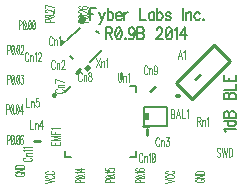
<source format=gto>
G04 DipTrace 2.4.0.2*
%IN1dBBLE.gto*%
%MOIN*%
%ADD10C,0.0098*%
%ADD13C,0.008*%
%ADD16C,0.006*%
%ADD19O,0.0183X0.0161*%
%ADD34O,0.0189X0.0207*%
%ADD65C,0.0046*%
%ADD66C,0.0033*%
%ADD67C,0.0062*%
%FSLAX44Y44*%
G04*
G70*
G90*
G75*
G01*
%LNTopSilk*%
%LPD*%
X10290Y7434D2*
D10*
X10444Y7589D1*
X9627Y7302D2*
X10909Y8583D1*
X11439Y8053D1*
X10158Y6772D1*
X9627Y7302D1*
D19*
X9719Y6863D3*
X9325Y5873D2*
D16*
X8574D1*
Y6498D1*
X9325D1*
Y5873D1*
G36*
X8753Y6065D2*
X8557D1*
Y6307D1*
X8753D1*
Y6065D1*
G37*
X6440Y9564D2*
D10*
X6579Y9425D1*
X6443Y7775D2*
X6304Y7636D1*
X8690Y5581D2*
Y5778D1*
X7819Y7649D2*
Y7452D1*
X8925Y7174D2*
X8786Y7034D1*
X8546Y5869D2*
X8743D1*
X4908Y5376D2*
X5105D1*
X5539Y6899D2*
G02X5539Y6899I49J0D01*
G01*
X5943Y4852D2*
D13*
Y5049D1*
Y4852D2*
X6140D1*
X8108D2*
X8305D1*
Y5049D1*
Y7018D2*
Y7215D1*
X8108D2*
X8305D1*
X5943Y7018D2*
X6140Y7215D1*
D34*
X6500Y9364D3*
G36*
X6816Y7811D2*
X6695Y7690D1*
X6575Y7810D1*
X6696Y7931D1*
X6816Y7811D1*
G37*
G36*
X5974Y8712D2*
X5794Y8733D1*
X5822Y8560D1*
X5820Y8557D1*
D1*
X5974Y8712D1*
G37*
X7174Y8419D2*
D16*
X6759Y8005D1*
X6223Y8109D2*
X6120Y8212D1*
X6439Y9160D2*
X6021Y8742D1*
X6982Y9062D2*
X7079Y8965D1*
X9834Y8099D2*
D65*
X9765Y8400D1*
X9696Y8099D1*
X9722Y8199D2*
X9808D1*
X9889Y8343D2*
X9907Y8357D1*
X9932Y8400D1*
Y8099D1*
X9462Y6431D2*
Y6129D1*
X9540D1*
X9566Y6144D1*
X9575Y6158D1*
X9583Y6186D1*
Y6230D1*
X9575Y6258D1*
X9566Y6273D1*
X9540Y6287D1*
X9566Y6302D1*
X9575Y6316D1*
X9583Y6344D1*
Y6373D1*
X9575Y6402D1*
X9566Y6416D1*
X9540Y6431D1*
X9462D1*
Y6287D2*
X9540D1*
X9777Y6129D2*
X9707Y6431D1*
X9639Y6129D1*
X9665Y6230D2*
X9751D1*
X9832Y6431D2*
Y6129D1*
X9935D1*
X9991Y6373D2*
X10008Y6387D1*
X10034Y6430D1*
Y6129D1*
X5527Y8800D2*
X5518Y8828D1*
X5501Y8857D1*
X5484Y8872D1*
X5449D1*
X5432Y8857D1*
X5415Y8828D1*
X5406Y8800D1*
X5398Y8757D1*
Y8685D1*
X5406Y8642D1*
X5415Y8613D1*
X5432Y8585D1*
X5449Y8570D1*
X5484D1*
X5501Y8585D1*
X5518Y8613D1*
X5527Y8642D1*
X5582Y8771D2*
Y8570D1*
Y8714D2*
X5608Y8757D1*
X5626Y8771D1*
X5651D1*
X5669Y8757D1*
X5677Y8714D1*
Y8570D1*
X5733Y8814D2*
X5750Y8828D1*
X5776Y8871D1*
Y8570D1*
X5604Y8008D2*
X5595Y8037D1*
X5578Y8065D1*
X5561Y8080D1*
X5527D1*
X5509Y8065D1*
X5492Y8037D1*
X5483Y8008D1*
X5475Y7965D1*
Y7893D1*
X5483Y7850D1*
X5492Y7821D1*
X5509Y7793D1*
X5527Y7778D1*
X5561D1*
X5578Y7793D1*
X5595Y7821D1*
X5604Y7850D1*
X5660Y7979D2*
Y7778D1*
Y7922D2*
X5685Y7965D1*
X5703Y7979D1*
X5728D1*
X5746Y7965D1*
X5754Y7922D1*
Y7778D1*
X5819Y8008D2*
Y8022D1*
X5827Y8051D1*
X5836Y8065D1*
X5853Y8079D1*
X5887D1*
X5905Y8065D1*
X5913Y8051D1*
X5922Y8022D1*
Y7993D1*
X5913Y7965D1*
X5896Y7922D1*
X5810Y7778D1*
X5930D1*
X9086Y5435D2*
X9078Y5464D1*
X9061Y5493D1*
X9043Y5507D1*
X9009D1*
X8992Y5493D1*
X8975Y5464D1*
X8966Y5435D1*
X8957Y5392D1*
Y5320D1*
X8966Y5278D1*
X8975Y5249D1*
X8992Y5220D1*
X9009Y5206D1*
X9043D1*
X9061Y5220D1*
X9078Y5249D1*
X9086Y5278D1*
X9142Y5407D2*
Y5206D1*
Y5349D2*
X9168Y5392D1*
X9185Y5407D1*
X9211D1*
X9228Y5392D1*
X9237Y5349D1*
Y5206D1*
X9310Y5507D2*
X9404D1*
X9353Y5392D1*
X9378D1*
X9396Y5378D1*
X9404Y5363D1*
X9413Y5320D1*
Y5292D1*
X9404Y5249D1*
X9387Y5220D1*
X9361Y5206D1*
X9335D1*
X9310Y5220D1*
X9301Y5234D1*
X9292Y5263D1*
X5666Y7111D2*
X5638Y7102D1*
X5609Y7085D1*
X5595Y7068D1*
Y7033D1*
X5609Y7016D1*
X5638Y6999D1*
X5666Y6990D1*
X5709Y6982D1*
X5781D1*
X5824Y6990D1*
X5853Y6999D1*
X5881Y7016D1*
X5896Y7033D1*
Y7068D1*
X5881Y7085D1*
X5853Y7102D1*
X5824Y7111D1*
X5695Y7166D2*
X5896D1*
X5752D2*
X5709Y7192D1*
X5695Y7209D1*
Y7235D1*
X5709Y7252D1*
X5752Y7261D1*
X5896D1*
Y7351D2*
X5595Y7437D1*
Y7317D1*
X6502Y7605D2*
X6493Y7633D1*
X6476Y7662D1*
X6459Y7676D1*
X6425D1*
X6407Y7662D1*
X6390Y7633D1*
X6381Y7605D1*
X6373Y7562D1*
Y7490D1*
X6381Y7447D1*
X6390Y7418D1*
X6407Y7389D1*
X6425Y7375D1*
X6459D1*
X6476Y7389D1*
X6493Y7418D1*
X6502Y7447D1*
X6558Y7576D2*
Y7375D1*
Y7518D2*
X6583Y7562D1*
X6601Y7576D1*
X6626D1*
X6644Y7562D1*
X6652Y7518D1*
Y7375D1*
X6751Y7676D2*
X6725Y7662D1*
X6716Y7633D1*
Y7604D1*
X6725Y7576D1*
X6742Y7561D1*
X6777Y7547D1*
X6803Y7533D1*
X6820Y7504D1*
X6828Y7475D1*
Y7432D1*
X6820Y7404D1*
X6811Y7389D1*
X6785Y7375D1*
X6751D1*
X6725Y7389D1*
X6716Y7404D1*
X6708Y7432D1*
Y7475D1*
X6716Y7504D1*
X6734Y7533D1*
X6759Y7547D1*
X6794Y7561D1*
X6811Y7576D1*
X6820Y7604D1*
Y7633D1*
X6811Y7662D1*
X6785Y7676D1*
X6751D1*
X8691Y7828D2*
X8682Y7856D1*
X8665Y7885D1*
X8648Y7899D1*
X8613D1*
X8596Y7885D1*
X8579Y7856D1*
X8570Y7828D1*
X8562Y7785D1*
Y7713D1*
X8570Y7670D1*
X8579Y7641D1*
X8596Y7613D1*
X8613Y7598D1*
X8648D1*
X8665Y7613D1*
X8682Y7641D1*
X8691Y7670D1*
X8746Y7799D2*
Y7598D1*
Y7742D2*
X8772Y7785D1*
X8790Y7799D1*
X8815D1*
X8833Y7785D1*
X8841Y7742D1*
Y7598D1*
X9009Y7799D2*
X9000Y7756D1*
X8983Y7727D1*
X8957Y7713D1*
X8948D1*
X8923Y7727D1*
X8905Y7756D1*
X8897Y7799D1*
Y7813D1*
X8905Y7856D1*
X8923Y7885D1*
X8948Y7899D1*
X8957D1*
X8983Y7885D1*
X9000Y7856D1*
X9009Y7799D1*
Y7727D1*
X9000Y7655D1*
X8983Y7612D1*
X8957Y7598D1*
X8940D1*
X8914Y7612D1*
X8905Y7641D1*
X8523Y4908D2*
X8515Y4937D1*
X8498Y4966D1*
X8480Y4980D1*
X8446D1*
X8429Y4966D1*
X8412Y4937D1*
X8403Y4908D1*
X8394Y4865D1*
Y4793D1*
X8403Y4750D1*
X8412Y4722D1*
X8429Y4693D1*
X8446Y4678D1*
X8480D1*
X8498Y4693D1*
X8515Y4722D1*
X8523Y4750D1*
X8579Y4879D2*
Y4678D1*
Y4822D2*
X8605Y4865D1*
X8622Y4879D1*
X8648D1*
X8665Y4865D1*
X8674Y4822D1*
Y4678D1*
X8729Y4922D2*
X8747Y4937D1*
X8772Y4980D1*
Y4678D1*
X8880Y4980D2*
X8854Y4965D1*
X8837Y4922D1*
X8828Y4851D1*
Y4807D1*
X8837Y4736D1*
X8854Y4693D1*
X8880Y4678D1*
X8897D1*
X8923Y4693D1*
X8940Y4736D1*
X8949Y4807D1*
Y4851D1*
X8940Y4922D1*
X8923Y4965D1*
X8897Y4980D1*
X8880D1*
X8940Y4922D2*
X8837Y4736D1*
X4604Y4826D2*
X4576Y4817D1*
X4547Y4800D1*
X4533Y4783D1*
Y4748D1*
X4547Y4731D1*
X4576Y4714D1*
X4604Y4705D1*
X4647Y4696D1*
X4719D1*
X4762Y4705D1*
X4791Y4714D1*
X4820Y4731D1*
X4834Y4748D1*
Y4783D1*
X4820Y4800D1*
X4791Y4817D1*
X4762Y4826D1*
X4633Y4881D2*
X4834D1*
X4691D2*
X4647Y4907D1*
X4633Y4924D1*
Y4950D1*
X4647Y4967D1*
X4691Y4976D1*
X4834D1*
X4590Y5031D2*
X4576Y5049D1*
X4533Y5075D1*
X4834D1*
X4590Y5130D2*
X4576Y5148D1*
X4533Y5173D1*
X4834D1*
X4723Y8269D2*
X4715Y8297D1*
X4697Y8326D1*
X4680Y8340D1*
X4646D1*
X4628Y8326D1*
X4611Y8297D1*
X4603Y8269D1*
X4594Y8226D1*
Y8154D1*
X4603Y8111D1*
X4611Y8082D1*
X4628Y8054D1*
X4646Y8039D1*
X4680D1*
X4697Y8054D1*
X4715Y8082D1*
X4723Y8111D1*
X4779Y8240D2*
Y8039D1*
Y8183D2*
X4805Y8226D1*
X4822Y8240D1*
X4848D1*
X4865Y8226D1*
X4873Y8183D1*
Y8039D1*
X4929Y8283D2*
X4946Y8297D1*
X4972Y8340D1*
Y8039D1*
X5036Y8268D2*
Y8283D1*
X5045Y8312D1*
X5054Y8326D1*
X5071Y8340D1*
X5105D1*
X5122Y8326D1*
X5131Y8312D1*
X5140Y8283D1*
Y8254D1*
X5131Y8225D1*
X5114Y8183D1*
X5028Y8039D1*
X5148D1*
X5465Y5354D2*
Y5242D1*
X5767D1*
Y5354D1*
X5609Y5242D2*
Y5311D1*
X5767Y5547D2*
X5465D1*
X5767Y5478D1*
X5465Y5409D1*
X5767D1*
X5465Y5714D2*
Y5602D1*
X5767D1*
X5609D2*
Y5671D1*
X5523Y5770D2*
X5508Y5787D1*
X5465Y5813D1*
X5767D1*
X4779Y6071D2*
Y5770D1*
X4883D1*
X4938Y5971D2*
Y5770D1*
Y5913D2*
X4964Y5956D1*
X4981Y5971D1*
X5007D1*
X5024Y5956D1*
X5033Y5913D1*
Y5770D1*
X5175D2*
Y6071D1*
X5088Y5870D1*
X5218D1*
X4643Y6820D2*
Y6518D1*
X4746D1*
X4801Y6719D2*
Y6518D1*
Y6662D2*
X4827Y6705D1*
X4845Y6719D1*
X4870D1*
X4888Y6705D1*
X4896Y6662D1*
Y6518D1*
X5055Y6819D2*
X4969D1*
X4960Y6690D1*
X4969Y6705D1*
X4995Y6719D1*
X5021D1*
X5046Y6705D1*
X5064Y6676D1*
X5072Y6633D1*
Y6605D1*
X5064Y6561D1*
X5046Y6533D1*
X5021Y6518D1*
X4995D1*
X4969Y6533D1*
X4960Y6547D1*
X4952Y6576D1*
X10340Y6039D2*
X10417D1*
X10443Y6053D1*
X10452Y6068D1*
X10460Y6096D1*
Y6125D1*
X10452Y6153D1*
X10443Y6168D1*
X10417Y6182D1*
X10340D1*
Y5881D1*
X10400Y6039D2*
X10460Y5881D1*
X10516Y6082D2*
Y5881D1*
Y6024D2*
X10542Y6068D1*
X10559Y6082D1*
X10585D1*
X10602Y6068D1*
X10611Y6024D1*
Y5881D1*
X10666Y6125D2*
X10684Y6139D1*
X10709Y6182D1*
Y5881D1*
X11112Y5106D2*
X11095Y5135D1*
X11069Y5150D1*
X11035D1*
X11009Y5135D1*
X10992Y5106D1*
Y5078D1*
X11000Y5049D1*
X11009Y5035D1*
X11026Y5021D1*
X11078Y4992D1*
X11095Y4977D1*
X11104Y4963D1*
X11112Y4934D1*
Y4891D1*
X11095Y4863D1*
X11069Y4848D1*
X11035D1*
X11009Y4863D1*
X10992Y4891D1*
X11168Y5150D2*
X11211Y4848D1*
X11254Y5150D1*
X11297Y4848D1*
X11340Y5150D1*
X11396D2*
Y4848D1*
X11456D1*
X11482Y4863D1*
X11499Y4891D1*
X11508Y4920D1*
X11516Y4963D1*
Y5035D1*
X11508Y5078D1*
X11499Y5106D1*
X11482Y5135D1*
X11456Y5150D1*
X11396D1*
X7700Y7661D2*
Y7445D1*
X7709Y7402D1*
X7726Y7374D1*
X7752Y7359D1*
X7769D1*
X7795Y7374D1*
X7812Y7402D1*
X7821Y7445D1*
Y7661D1*
X7876Y7560D2*
Y7359D1*
Y7503D2*
X7902Y7546D1*
X7919Y7560D1*
X7945D1*
X7962Y7546D1*
X7971Y7503D1*
Y7359D1*
X8027Y7603D2*
X8044Y7617D1*
X8070Y7660D1*
Y7359D1*
X6981Y8142D2*
X7101Y7841D1*
Y8142D2*
X6981Y7841D1*
X7157Y8042D2*
Y7841D1*
Y7984D2*
X7183Y8027D1*
X7200Y8042D1*
X7226D1*
X7243Y8027D1*
X7251Y7984D1*
Y7841D1*
X7307Y8085D2*
X7324Y8099D1*
X7350Y8142D1*
Y7841D1*
X5286Y3978D2*
D66*
X5588Y4036D1*
X5286Y4093D1*
X5358Y4234D2*
X5329Y4227D1*
X5300Y4212D1*
X5286Y4198D1*
Y4169D1*
X5300Y4155D1*
X5329Y4140D1*
X5358Y4133D1*
X5401Y4126D1*
X5473D1*
X5516Y4133D1*
X5544Y4140D1*
X5573Y4155D1*
X5588Y4169D1*
Y4198D1*
X5573Y4212D1*
X5544Y4227D1*
X5516Y4234D1*
X5358Y4374D2*
X5329Y4367D1*
X5300Y4352D1*
X5286Y4338D1*
Y4310D1*
X5300Y4295D1*
X5329Y4281D1*
X5358Y4274D1*
X5401Y4266D1*
X5473D1*
X5516Y4274D1*
X5544Y4281D1*
X5573Y4295D1*
X5588Y4310D1*
Y4338D1*
X5573Y4352D1*
X5544Y4367D1*
X5516Y4374D1*
X4350Y4322D2*
X4321Y4314D1*
X4292Y4300D1*
X4278Y4286D1*
Y4257D1*
X4292Y4243D1*
X4321Y4228D1*
X4350Y4221D1*
X4393Y4214D1*
X4465D1*
X4507Y4221D1*
X4536Y4228D1*
X4565Y4243D1*
X4579Y4257D1*
Y4286D1*
X4565Y4300D1*
X4536Y4314D1*
X4507Y4322D1*
X4465D1*
Y4286D1*
X4278Y4455D2*
X4579D1*
X4278Y4354D1*
X4579D1*
X4278Y4488D2*
X4579D1*
Y4538D1*
X4565Y4559D1*
X4536Y4574D1*
X4507Y4581D1*
X4465Y4588D1*
X4393D1*
X4350Y4581D1*
X4321Y4574D1*
X4292Y4559D1*
X4278Y4538D1*
Y4488D1*
X6961Y9807D2*
D67*
X6762D1*
Y9405D1*
Y9616D2*
X6884D1*
X7075Y9673D2*
X7167Y9405D1*
X7136Y9329D1*
X7106Y9290D1*
X7075Y9271D1*
X7060D1*
X7259Y9673D2*
X7167Y9405D1*
X7358Y9807D2*
Y9405D1*
Y9616D2*
X7388Y9654D1*
X7419Y9673D1*
X7465D1*
X7495Y9654D1*
X7526Y9616D1*
X7541Y9558D1*
Y9520D1*
X7526Y9463D1*
X7495Y9425D1*
X7465Y9405D1*
X7419D1*
X7388Y9425D1*
X7358Y9463D1*
X7640Y9558D2*
X7824D1*
Y9597D1*
X7808Y9635D1*
X7793Y9654D1*
X7762Y9673D1*
X7716D1*
X7686Y9654D1*
X7655Y9616D1*
X7640Y9558D1*
Y9520D1*
X7655Y9463D1*
X7686Y9425D1*
X7716Y9405D1*
X7762D1*
X7793Y9425D1*
X7824Y9463D1*
X7922Y9673D2*
Y9405D1*
Y9558D2*
X7938Y9616D1*
X7968Y9654D1*
X7999Y9673D1*
X8045D1*
X8455Y9807D2*
Y9405D1*
X8639D1*
X8921Y9673D2*
Y9405D1*
Y9616D2*
X8891Y9654D1*
X8860Y9673D1*
X8814D1*
X8783Y9654D1*
X8753Y9616D1*
X8737Y9558D1*
Y9520D1*
X8753Y9463D1*
X8783Y9425D1*
X8814Y9405D1*
X8860D1*
X8891Y9425D1*
X8921Y9463D1*
X9020Y9807D2*
Y9405D1*
Y9616D2*
X9051Y9654D1*
X9081Y9673D1*
X9127D1*
X9157Y9654D1*
X9188Y9616D1*
X9203Y9558D1*
Y9520D1*
X9188Y9463D1*
X9157Y9425D1*
X9127Y9405D1*
X9081D1*
X9051Y9425D1*
X9020Y9463D1*
X9471Y9616D2*
X9455Y9654D1*
X9409Y9673D1*
X9363D1*
X9317Y9654D1*
X9302Y9616D1*
X9317Y9578D1*
X9348Y9558D1*
X9425Y9539D1*
X9455Y9520D1*
X9471Y9482D1*
Y9463D1*
X9455Y9425D1*
X9409Y9405D1*
X9363D1*
X9317Y9425D1*
X9302Y9463D1*
X9880Y9807D2*
Y9405D1*
X9979Y9673D2*
Y9405D1*
Y9597D2*
X10025Y9654D1*
X10056Y9673D1*
X10102D1*
X10132Y9654D1*
X10148Y9597D1*
Y9405D1*
X10430Y9616D2*
X10400Y9654D1*
X10369Y9673D1*
X10323D1*
X10292Y9654D1*
X10262Y9616D1*
X10246Y9558D1*
Y9520D1*
X10262Y9463D1*
X10292Y9425D1*
X10323Y9405D1*
X10369D1*
X10400Y9425D1*
X10430Y9463D1*
X10544Y9444D2*
X10529Y9424D1*
X10544Y9405D1*
X10560Y9424D1*
X10544Y9444D1*
X11301Y5692D2*
X11281Y5723D1*
X11224Y5769D1*
X11626D1*
X11224Y6051D2*
X11626D1*
X11415D2*
X11377Y6021D1*
X11358Y5990D1*
Y5944D1*
X11377Y5914D1*
X11415Y5883D1*
X11473Y5868D1*
X11511D1*
X11568Y5883D1*
X11606Y5914D1*
X11626Y5944D1*
Y5990D1*
X11606Y6021D1*
X11568Y6051D1*
X11224Y6150D2*
X11626D1*
Y6288D1*
X11606Y6334D1*
X11587Y6349D1*
X11549Y6364D1*
X11492D1*
X11453Y6349D1*
X11434Y6334D1*
X11415Y6288D1*
X11396Y6334D1*
X11377Y6349D1*
X11339Y6364D1*
X11300D1*
X11262Y6349D1*
X11243Y6334D1*
X11224Y6288D1*
Y6150D1*
X11415D2*
Y6288D1*
X11224Y6774D2*
X11626D1*
Y6912D1*
X11606Y6958D1*
X11587Y6973D1*
X11549Y6989D1*
X11492D1*
X11453Y6973D1*
X11434Y6958D1*
X11415Y6912D1*
X11396Y6958D1*
X11377Y6973D1*
X11339Y6989D1*
X11300D1*
X11262Y6973D1*
X11243Y6958D1*
X11224Y6912D1*
Y6774D1*
X11415D2*
Y6912D1*
X11224Y7087D2*
X11626D1*
Y7271D1*
X11224Y7569D2*
Y7370D1*
X11626D1*
Y7569D1*
X11415Y7370D2*
Y7492D1*
X7302Y8973D2*
X7440D1*
X7486Y8992D1*
X7502Y9011D1*
X7517Y9049D1*
Y9088D1*
X7502Y9126D1*
X7486Y9145D1*
X7440Y9164D1*
X7302D1*
Y8763D1*
X7410Y8973D2*
X7517Y8763D1*
X7708Y9164D2*
X7662Y9145D1*
X7631Y9087D1*
X7616Y8992D1*
Y8935D1*
X7631Y8839D1*
X7662Y8782D1*
X7708Y8763D1*
X7738D1*
X7784Y8782D1*
X7814Y8839D1*
X7830Y8935D1*
Y8992D1*
X7814Y9087D1*
X7784Y9145D1*
X7738Y9164D1*
X7708D1*
X7814Y9087D2*
X7631Y8839D1*
X7944Y8801D2*
X7929Y8782D1*
X7944Y8763D1*
X7960Y8782D1*
X7944Y8801D1*
X8258Y9030D2*
X8242Y8973D1*
X8212Y8935D1*
X8166Y8915D1*
X8150D1*
X8104Y8935D1*
X8074Y8973D1*
X8058Y9030D1*
Y9049D1*
X8074Y9107D1*
X8104Y9145D1*
X8150Y9164D1*
X8166D1*
X8212Y9145D1*
X8242Y9107D1*
X8258Y9030D1*
Y8935D1*
X8242Y8839D1*
X8212Y8782D1*
X8166Y8763D1*
X8135D1*
X8089Y8782D1*
X8074Y8820D1*
X8356Y9164D2*
Y8763D1*
X8494D1*
X8540Y8782D1*
X8555Y8801D1*
X8571Y8839D1*
Y8896D1*
X8555Y8935D1*
X8540Y8954D1*
X8494Y8973D1*
X8540Y8992D1*
X8555Y9011D1*
X8571Y9049D1*
Y9088D1*
X8555Y9126D1*
X8540Y9145D1*
X8494Y9164D1*
X8356D1*
Y8973D2*
X8494D1*
X8996Y9068D2*
Y9087D1*
X9011Y9126D1*
X9027Y9145D1*
X9057Y9164D1*
X9119D1*
X9149Y9145D1*
X9164Y9126D1*
X9180Y9087D1*
Y9049D1*
X9164Y9011D1*
X9134Y8954D1*
X8981Y8763D1*
X9195D1*
X9386Y9164D2*
X9340Y9145D1*
X9309Y9087D1*
X9294Y8992D1*
Y8935D1*
X9309Y8839D1*
X9340Y8782D1*
X9386Y8763D1*
X9416D1*
X9462Y8782D1*
X9493Y8839D1*
X9508Y8935D1*
Y8992D1*
X9493Y9087D1*
X9462Y9145D1*
X9416Y9164D1*
X9386D1*
X9493Y9087D2*
X9309Y8839D1*
X9607Y9087D2*
X9638Y9107D1*
X9684Y9164D1*
Y8763D1*
X9936D2*
Y9164D1*
X9782Y8896D1*
X10012D1*
X6547Y9340D2*
D66*
Y9405D1*
X6533Y9426D1*
X6518Y9433D1*
X6490Y9440D1*
X6447D1*
X6418Y9433D1*
X6404Y9426D1*
X6389Y9405D1*
Y9340D1*
X6691D1*
X6390Y9516D2*
X6404Y9495D1*
X6447Y9480D1*
X6519Y9473D1*
X6562D1*
X6634Y9480D1*
X6677Y9495D1*
X6691Y9516D1*
Y9531D1*
X6677Y9552D1*
X6634Y9566D1*
X6562Y9574D1*
X6519D1*
X6447Y9566D1*
X6404Y9552D1*
X6390Y9531D1*
Y9516D1*
X6447Y9566D2*
X6634Y9480D1*
X6662Y9614D2*
X6677Y9607D1*
X6691Y9614D1*
X6677Y9621D1*
X6662Y9614D1*
X6461Y9661D2*
X6447D1*
X6418Y9668D1*
X6404Y9675D1*
X6390Y9690D1*
Y9718D1*
X6404Y9733D1*
X6418Y9740D1*
X6447Y9747D1*
X6476D1*
X6505Y9740D1*
X6547Y9726D1*
X6691Y9654D1*
Y9754D1*
X6433Y9873D2*
X6404Y9866D1*
X6390Y9844D1*
Y9830D1*
X6404Y9809D1*
X6447Y9794D1*
X6519Y9787D1*
X6590D1*
X6648Y9794D1*
X6677Y9809D1*
X6691Y9830D1*
Y9837D1*
X6677Y9859D1*
X6648Y9873D1*
X6605Y9880D1*
X6590D1*
X6547Y9873D1*
X6519Y9859D1*
X6505Y9837D1*
Y9830D1*
X6519Y9809D1*
X6547Y9794D1*
X6590Y9787D1*
X5425Y9357D2*
Y9421D1*
X5411Y9443D1*
X5396Y9450D1*
X5368Y9457D1*
X5325D1*
X5296Y9450D1*
X5281Y9443D1*
X5267Y9421D1*
Y9357D1*
X5569D1*
X5268Y9533D2*
X5282Y9512D1*
X5325Y9497D1*
X5397Y9490D1*
X5440D1*
X5511Y9497D1*
X5554Y9512D1*
X5569Y9533D1*
Y9547D1*
X5554Y9569D1*
X5511Y9583D1*
X5440Y9590D1*
X5397D1*
X5325Y9583D1*
X5282Y9569D1*
X5268Y9547D1*
Y9533D1*
X5325Y9583D2*
X5511Y9497D1*
X5540Y9630D2*
X5554Y9623D1*
X5569Y9630D1*
X5554Y9638D1*
X5540Y9630D1*
X5339Y9678D2*
X5325D1*
X5296Y9685D1*
X5282Y9692D1*
X5268Y9707D1*
Y9735D1*
X5282Y9749D1*
X5296Y9757D1*
X5325Y9764D1*
X5353D1*
X5382Y9757D1*
X5425Y9742D1*
X5569Y9671D1*
Y9771D1*
Y9833D2*
X5268Y9904D1*
Y9804D1*
X4391Y9249D2*
X4456D1*
X4477Y9263D1*
X4484Y9278D1*
X4491Y9307D1*
Y9350D1*
X4484Y9378D1*
X4477Y9393D1*
X4456Y9407D1*
X4391D1*
Y9106D1*
X4567Y9407D2*
X4546Y9392D1*
X4531Y9349D1*
X4524Y9278D1*
Y9235D1*
X4531Y9163D1*
X4546Y9120D1*
X4567Y9106D1*
X4582D1*
X4603Y9120D1*
X4617Y9163D1*
X4625Y9235D1*
Y9278D1*
X4617Y9349D1*
X4603Y9392D1*
X4582Y9407D1*
X4567D1*
X4617Y9349D2*
X4531Y9163D1*
X4665Y9134D2*
X4657Y9120D1*
X4665Y9106D1*
X4672Y9120D1*
X4665Y9134D1*
X4748Y9407D2*
X4726Y9392D1*
X4712Y9349D1*
X4705Y9278D1*
Y9235D1*
X4712Y9163D1*
X4726Y9120D1*
X4748Y9106D1*
X4762D1*
X4784Y9120D1*
X4798Y9163D1*
X4805Y9235D1*
Y9278D1*
X4798Y9349D1*
X4784Y9392D1*
X4762Y9407D1*
X4748D1*
X4798Y9349D2*
X4712Y9163D1*
X4881Y9407D2*
X4860Y9392D1*
X4845Y9349D1*
X4838Y9278D1*
Y9235D1*
X4845Y9163D1*
X4860Y9120D1*
X4881Y9106D1*
X4895D1*
X4917Y9120D1*
X4931Y9163D1*
X4938Y9235D1*
Y9278D1*
X4931Y9349D1*
X4917Y9392D1*
X4895Y9407D1*
X4881D1*
X4931Y9349D2*
X4845Y9163D1*
X4007Y8426D2*
X4072D1*
X4093Y8441D1*
X4100Y8455D1*
X4108Y8484D1*
Y8527D1*
X4100Y8555D1*
X4093Y8570D1*
X4072Y8584D1*
X4007D1*
Y8283D1*
X4184Y8584D2*
X4162Y8570D1*
X4148Y8527D1*
X4140Y8455D1*
Y8412D1*
X4148Y8340D1*
X4162Y8297D1*
X4184Y8283D1*
X4198D1*
X4219Y8297D1*
X4234Y8340D1*
X4241Y8412D1*
Y8455D1*
X4234Y8527D1*
X4219Y8570D1*
X4198Y8584D1*
X4184D1*
X4234Y8527D2*
X4148Y8340D1*
X4281Y8312D2*
X4274Y8297D1*
X4281Y8283D1*
X4288Y8297D1*
X4281Y8312D1*
X4364Y8584D2*
X4342Y8570D1*
X4328Y8527D1*
X4321Y8455D1*
Y8412D1*
X4328Y8340D1*
X4342Y8297D1*
X4364Y8283D1*
X4378D1*
X4400Y8297D1*
X4414Y8340D1*
X4421Y8412D1*
Y8455D1*
X4414Y8527D1*
X4400Y8570D1*
X4378Y8584D1*
X4364D1*
X4414Y8527D2*
X4328Y8340D1*
X4462Y8512D2*
Y8527D1*
X4469Y8555D1*
X4476Y8570D1*
X4490Y8584D1*
X4519D1*
X4533Y8570D1*
X4540Y8555D1*
X4548Y8527D1*
Y8498D1*
X4540Y8469D1*
X4526Y8426D1*
X4454Y8283D1*
X4555D1*
X4004Y7435D2*
X4069D1*
X4090Y7449D1*
X4098Y7464D1*
X4105Y7493D1*
Y7536D1*
X4098Y7564D1*
X4090Y7579D1*
X4069Y7593D1*
X4004D1*
Y7292D1*
X4181Y7593D2*
X4159Y7578D1*
X4145Y7535D1*
X4138Y7464D1*
Y7421D1*
X4145Y7349D1*
X4159Y7306D1*
X4181Y7292D1*
X4195D1*
X4217Y7306D1*
X4231Y7349D1*
X4238Y7421D1*
Y7464D1*
X4231Y7535D1*
X4217Y7578D1*
X4195Y7593D1*
X4181D1*
X4231Y7535D2*
X4145Y7349D1*
X4278Y7320D2*
X4271Y7306D1*
X4278Y7292D1*
X4285Y7306D1*
X4278Y7320D1*
X4361Y7593D2*
X4340Y7578D1*
X4325Y7535D1*
X4318Y7464D1*
Y7421D1*
X4325Y7349D1*
X4340Y7306D1*
X4361Y7292D1*
X4376D1*
X4397Y7306D1*
X4411Y7349D1*
X4419Y7421D1*
Y7464D1*
X4411Y7535D1*
X4397Y7578D1*
X4376Y7593D1*
X4361D1*
X4411Y7535D2*
X4325Y7349D1*
X4466Y7593D2*
X4545D1*
X4502Y7478D1*
X4523D1*
X4538Y7464D1*
X4545Y7449D1*
X4552Y7406D1*
Y7378D1*
X4545Y7335D1*
X4530Y7306D1*
X4509Y7292D1*
X4487D1*
X4466Y7306D1*
X4459Y7320D1*
X4451Y7349D1*
X3983Y6438D2*
X4048D1*
X4069Y6452D1*
X4077Y6467D1*
X4084Y6495D1*
Y6539D1*
X4077Y6567D1*
X4069Y6582D1*
X4048Y6596D1*
X3983D1*
Y6295D1*
X4160Y6596D2*
X4138Y6581D1*
X4124Y6538D1*
X4117Y6467D1*
Y6424D1*
X4124Y6352D1*
X4138Y6309D1*
X4160Y6295D1*
X4174D1*
X4196Y6309D1*
X4210Y6352D1*
X4217Y6424D1*
Y6467D1*
X4210Y6538D1*
X4196Y6581D1*
X4174Y6596D1*
X4160D1*
X4210Y6538D2*
X4124Y6352D1*
X4257Y6323D2*
X4250Y6309D1*
X4257Y6295D1*
X4264Y6309D1*
X4257Y6323D1*
X4340Y6596D2*
X4319Y6581D1*
X4304Y6538D1*
X4297Y6467D1*
Y6424D1*
X4304Y6352D1*
X4319Y6309D1*
X4340Y6295D1*
X4355D1*
X4376Y6309D1*
X4390Y6352D1*
X4398Y6424D1*
Y6467D1*
X4390Y6538D1*
X4376Y6581D1*
X4355Y6596D1*
X4340D1*
X4390Y6538D2*
X4304Y6352D1*
X4502Y6295D2*
Y6596D1*
X4431Y6395D1*
X4538D1*
X4001Y5421D2*
X4066D1*
X4087Y5435D1*
X4094Y5450D1*
X4101Y5478D1*
Y5521D1*
X4094Y5550D1*
X4087Y5564D1*
X4066Y5579D1*
X4001D1*
Y5277D1*
X4177Y5578D2*
X4156Y5564D1*
X4141Y5521D1*
X4134Y5449D1*
Y5406D1*
X4141Y5335D1*
X4156Y5292D1*
X4177Y5277D1*
X4192D1*
X4213Y5292D1*
X4227Y5335D1*
X4235Y5406D1*
Y5449D1*
X4227Y5521D1*
X4213Y5564D1*
X4192Y5578D1*
X4177D1*
X4227Y5521D2*
X4141Y5335D1*
X4275Y5306D2*
X4268Y5292D1*
X4275Y5277D1*
X4282Y5292D1*
X4275Y5306D1*
X4358Y5578D2*
X4336Y5564D1*
X4322Y5521D1*
X4315Y5449D1*
Y5406D1*
X4322Y5335D1*
X4336Y5292D1*
X4358Y5277D1*
X4372D1*
X4394Y5292D1*
X4408Y5335D1*
X4415Y5406D1*
Y5449D1*
X4408Y5521D1*
X4394Y5564D1*
X4372Y5578D1*
X4358D1*
X4408Y5521D2*
X4322Y5335D1*
X4534Y5536D2*
X4527Y5564D1*
X4505Y5578D1*
X4491D1*
X4470Y5564D1*
X4455Y5521D1*
X4448Y5449D1*
Y5378D1*
X4455Y5320D1*
X4470Y5292D1*
X4491Y5277D1*
X4498D1*
X4520Y5292D1*
X4534Y5320D1*
X4541Y5364D1*
Y5378D1*
X4534Y5421D1*
X4520Y5449D1*
X4498Y5464D1*
X4491D1*
X4470Y5449D1*
X4455Y5421D1*
X4448Y5378D1*
X9286Y3994D2*
X9588Y4051D1*
X9286Y4109D1*
X9358Y4249D2*
X9329Y4242D1*
X9301Y4228D1*
X9286Y4213D1*
Y4185D1*
X9301Y4170D1*
X9329Y4156D1*
X9358Y4149D1*
X9401Y4142D1*
X9473D1*
X9516Y4149D1*
X9545Y4156D1*
X9573Y4170D1*
X9588Y4185D1*
Y4213D1*
X9573Y4228D1*
X9545Y4242D1*
X9516Y4249D1*
X9358Y4390D2*
X9329Y4383D1*
X9301Y4368D1*
X9286Y4354D1*
Y4325D1*
X9301Y4311D1*
X9329Y4296D1*
X9358Y4289D1*
X9401Y4282D1*
X9473D1*
X9516Y4289D1*
X9545Y4296D1*
X9573Y4311D1*
X9588Y4325D1*
Y4354D1*
X9573Y4368D1*
X9545Y4383D1*
X9516Y4390D1*
X10354Y4111D2*
X10326Y4104D1*
X10297Y4089D1*
X10283Y4075D1*
Y4046D1*
X10297Y4032D1*
X10326Y4018D1*
X10354Y4010D1*
X10398Y4003D1*
X10469D1*
X10512Y4010D1*
X10541Y4018D1*
X10570Y4032D1*
X10584Y4046D1*
Y4075D1*
X10570Y4089D1*
X10541Y4104D1*
X10512Y4111D1*
X10469D1*
Y4075D1*
X10283Y4244D2*
X10584D1*
X10283Y4144D1*
X10584D1*
X10283Y4277D2*
X10584D1*
Y4327D1*
X10570Y4349D1*
X10541Y4363D1*
X10512Y4370D1*
X10469Y4377D1*
X10398D1*
X10354Y4370D1*
X10326Y4363D1*
X10297Y4349D1*
X10283Y4327D1*
Y4277D1*
X6446Y4001D2*
Y4066D1*
X6432Y4087D1*
X6417Y4094D1*
X6389Y4101D1*
X6346D1*
X6317Y4094D1*
X6302Y4087D1*
X6288Y4066D1*
Y4001D1*
X6590D1*
X6289Y4177D2*
X6303Y4156D1*
X6346Y4141D1*
X6418Y4134D1*
X6461D1*
X6532Y4141D1*
X6575Y4156D1*
X6590Y4177D1*
Y4192D1*
X6575Y4213D1*
X6532Y4227D1*
X6461Y4235D1*
X6418D1*
X6346Y4227D1*
X6303Y4213D1*
X6289Y4192D1*
Y4177D1*
X6346Y4227D2*
X6532Y4141D1*
X6561Y4275D2*
X6575Y4268D1*
X6590Y4275D1*
X6575Y4282D1*
X6561Y4275D1*
X6346Y4315D2*
X6331Y4329D1*
X6289Y4351D1*
X6590D1*
Y4455D2*
X6289D1*
X6489Y4384D1*
Y4491D1*
X7439Y4003D2*
Y4067D1*
X7425Y4089D1*
X7410Y4096D1*
X7382Y4103D1*
X7338D1*
X7310Y4096D1*
X7295Y4089D1*
X7281Y4067D1*
Y4003D1*
X7582D1*
X7281Y4179D2*
X7296Y4157D1*
X7339Y4143D1*
X7410Y4136D1*
X7453D1*
X7525Y4143D1*
X7568Y4157D1*
X7582Y4179D1*
Y4193D1*
X7568Y4215D1*
X7525Y4229D1*
X7453Y4236D1*
X7410D1*
X7339Y4229D1*
X7296Y4215D1*
X7281Y4193D1*
Y4179D1*
X7339Y4229D2*
X7525Y4143D1*
X7554Y4276D2*
X7568Y4269D1*
X7582Y4276D1*
X7568Y4284D1*
X7554Y4276D1*
X7339Y4316D2*
X7324Y4331D1*
X7281Y4352D1*
X7582D1*
X7281Y4471D2*
Y4400D1*
X7410Y4392D1*
X7396Y4400D1*
X7382Y4421D1*
Y4442D1*
X7396Y4464D1*
X7425Y4478D1*
X7468Y4486D1*
X7496D1*
X7539Y4478D1*
X7568Y4464D1*
X7582Y4442D1*
Y4421D1*
X7568Y4400D1*
X7554Y4392D1*
X7525Y4385D1*
X8441Y4001D2*
Y4066D1*
X8427Y4087D1*
X8412Y4094D1*
X8383Y4102D1*
X8340D1*
X8312Y4094D1*
X8297Y4087D1*
X8283Y4066D1*
Y4001D1*
X8584D1*
X8283Y4177D2*
X8298Y4156D1*
X8341Y4141D1*
X8412Y4134D1*
X8455D1*
X8527Y4141D1*
X8570Y4156D1*
X8584Y4177D1*
Y4192D1*
X8570Y4213D1*
X8527Y4228D1*
X8455Y4235D1*
X8412D1*
X8341Y4228D1*
X8298Y4213D1*
X8283Y4192D1*
Y4177D1*
X8341Y4228D2*
X8527Y4141D1*
X8556Y4275D2*
X8570Y4268D1*
X8584Y4275D1*
X8570Y4282D1*
X8556Y4275D1*
X8341Y4315D2*
X8326Y4329D1*
X8283Y4351D1*
X8584D1*
X8326Y4470D2*
X8298Y4463D1*
X8283Y4441D1*
Y4427D1*
X8298Y4405D1*
X8341Y4391D1*
X8412Y4384D1*
X8484D1*
X8541Y4391D1*
X8570Y4405D1*
X8584Y4427D1*
Y4434D1*
X8570Y4455D1*
X8541Y4470D1*
X8498Y4477D1*
X8484D1*
X8441Y4470D1*
X8412Y4455D1*
X8398Y4434D1*
Y4427D1*
X8412Y4405D1*
X8441Y4391D1*
X8484Y4384D1*
M02*

</source>
